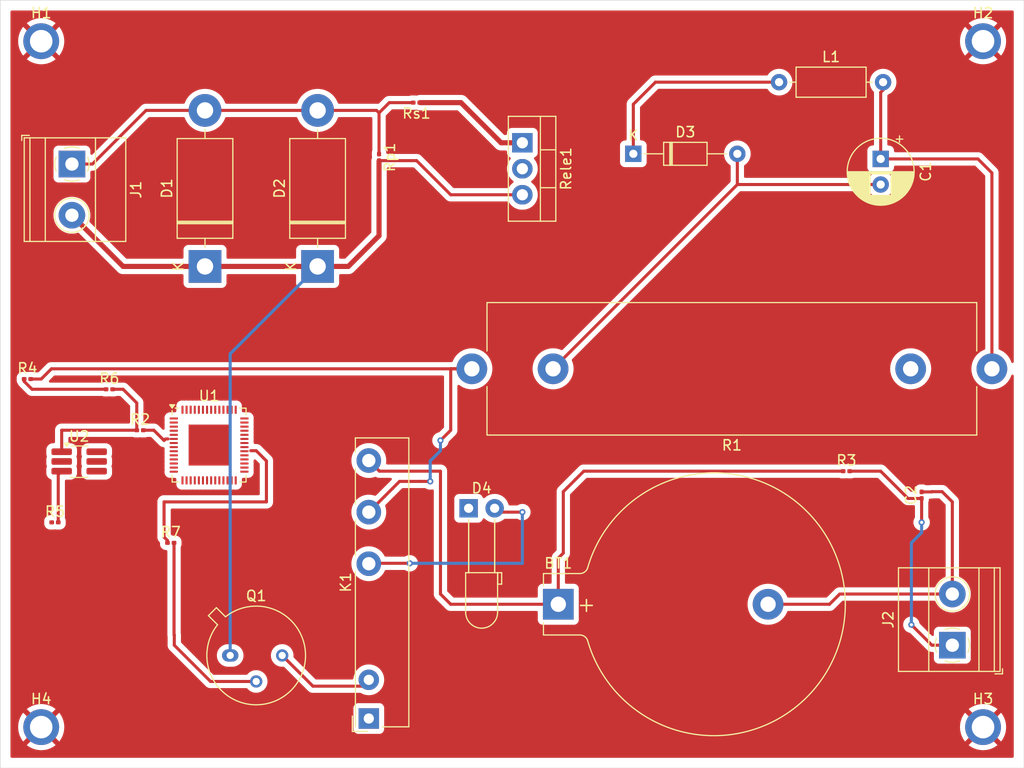
<source format=kicad_pcb>
(kicad_pcb (version 20240108) (generator "pcbnew") (generator_version "8.0")
  (title_block (title "Sistema de batería con control de corriente") (date "2025-03-30") (company "Jose Lopez"))
  (layers (0 "F.Cu" signal) (31 "B.Cu" signal) (34 "B.Paste" user) (35 "F.Paste" user) (36 "B.SilkS" user "B.Silkscreen") (37 "F.SilkS" user "F.Silkscreen") (38 "B.Mask" user) (39 "F.Mask" user) (44 "Edge.Cuts" user))
  (net 0 "")
  (net 1 "V^{+}")
  (net 2 "Net-(C1-Pad1)")
  (net 3 "Net-(J2-Pin_1)")
  (net 4 "Net-(D1-A)")
  (net 5 "Net-(D3-K)")
  (net 6 "Net-(D4-A)")
  (net 7 "5 V")
  (net 8 "Net-(Q1-C)")
  (net 9 "Net-(Q1-B)")
  (net 10 "Vs2")
  (net 11 "IShunt")
  (net 12 "Net-(R2-Pad1)")
  (net 13 "Net-(U1-GPIO1)")
  (net 14 "Señal")
  (net 15 "Inputsolar1")
  (net 16 "Inputsolar2")
  (net 23 "Net-(U1-VDDA-Pad55)")
  (net 28 "Net-(U1-VDD3P3-Pad2)")
  (net 69 "Net-(U2A--)")
  (net 70 "Net-(U2A-+)")
  (net 71 "GND")
  (footprint "Resistor_SMD:R_0201_0603Metric" (layer "F.Cu") (at 40.655 10 180)
    (property "Reference" "Rs1" (at 0 -1.05 360) (layer "F.SilkS"))
    (property "Value" "0.65")
    (pad "1" smd roundrect (at -0.32 0 180) (size 0.46 0.4) (layers "F.Cu" "F.Mask") (net 15 "Inputsolar1"))
    (pad "2" smd roundrect (at 0.32 0 180) (size 0.46 0.4) (layers "F.Cu" "F.Mask") (net 4 "Net-(D1-A)"))
  )
  (footprint "Diode_THT:D_DO-201AD_P15.24mm_Horizontal" (layer "F.Cu") (at 20 26 90)
    (property "Reference" "D1" (at 7.62 -3.72 90) (layer "F.SilkS"))
    (property "Value" "1N5408")
    (fp_text user "K" (at 0 -2.6 90) (layer "F.SilkS"))
    (pad "1" thru_hole rect (at 0 0 90) (size 3.2 3.2) (drill 1.6) (layers "*.Cu" "*.Mask") (net 16 "Inputsolar2"))
    (pad "2" thru_hole oval (at 15.24 0 90) (size 3.2 3.2) (drill 1.6) (layers "*.Cu" "*.Mask") (net 4 "Net-(D1-A)"))
  )
  (footprint "Resistor_SMD:R_0201_0603Metric" (layer "F.Cu") (at 10.655 38)
    (property "Reference" "R6" (at 0 -1.05 0) (layer "F.SilkS"))
    (property "Value" "10k")
    (pad "1" smd roundrect (at -0.32 0) (size 0.46 0.4) (layers "F.Cu" "F.Mask") (net 69 "Net-(U2A--)"))
    (pad "2" smd roundrect (at 0.32 0) (size 0.46 0.4) (layers "F.Cu" "F.Mask") (net 12 "Net-(R2-Pad1)"))
  )
  (footprint "LED_THT:LED_D3.0mm_Horizontal_O6.35mm_Z10.0mm" (layer "F.Cu") (at 45.75 49.625)
    (property "Reference" "D4" (at 1.27 -1.96 0) (layer "F.SilkS"))
    (property "Value" "LED")
    (pad "1" thru_hole rect (at 0 0) (size 1.8 1.8) (drill 0.9) (layers "*.Cu" "*.Mask") (net 16 "Inputsolar2"))
    (pad "2" thru_hole circle (at 2.54 0) (size 1.8 1.8) (drill 0.9) (layers "*.Cu" "*.Mask") (net 6 "Net-(D4-A)"))
  )
  (footprint "Diode_THT:D_DO-201AD_P15.24mm_Horizontal" (layer "F.Cu") (at 31 26 90)
    (property "Reference" "D2" (at 7.62 -3.72 90) (layer "F.SilkS"))
    (property "Value" "1N5408")
    (fp_text user "K" (at 0 -2.6 90) (layer "F.SilkS"))
    (pad "1" thru_hole rect (at 0 0 90) (size 3.2 3.2) (drill 1.6) (layers "*.Cu" "*.Mask") (net 16 "Inputsolar2"))
    (pad "2" thru_hole oval (at 15.24 0 90) (size 3.2 3.2) (drill 1.6) (layers "*.Cu" "*.Mask") (net 4 "Net-(D1-A)"))
  )
  (footprint "MountingHole:MountingHole_2.2mm_M2_ISO7380_Pad" (layer "F.Cu") (at 4 4)
    (property "Reference" "H1" (at 0 -2.75 0) (layer "F.SilkS"))
    (property "Value" "MountingHole_2.2mm_M2_ISO7380_Pad" (hide yes))
    (pad "1" thru_hole circle (at 0 0) (size 3.5 3.5) (drill 2.2) (layers "*.Cu" "*.Mask") (net 71 "GND"))
  )
  (footprint "Resistor_SMD:R_0201_0603Metric" (layer "F.Cu") (at 2.655 37)
    (property "Reference" "R4" (at 0 -1.05 0) (layer "F.SilkS"))
    (property "Value" "1k")
    (pad "1" smd roundrect (at -0.32 0) (size 0.46 0.4) (layers "F.Cu" "F.Mask") (net 69 "Net-(U2A--)"))
    (pad "2" smd roundrect (at 0.32 0) (size 0.46 0.4) (layers "F.Cu" "F.Mask") (net 11 "IShunt"))
  )
  (footprint "Inductor_THT:L_Axial_L6.6mm_D2.7mm_P10.16mm_Horizontal_Vishay_IM-2" (layer "F.Cu") (at 76.075 8)
    (property "Reference" "L1" (at 5.08 -2.47 0) (layer "F.SilkS"))
    (property "Value" "300u")
    (pad "1" thru_hole circle (at 0 0) (size 1.6 1.6) (drill 0.8) (layers "*.Cu" "*.Mask") (net 5 "Net-(D3-K)"))
    (pad "2" thru_hole oval (at 10.16 0) (size 1.6 1.6) (drill 0.8) (layers "*.Cu" "*.Mask") (net 2 "Net-(C1-Pad1)"))
  )
  (footprint "TerminalBlock_Phoenix:TerminalBlock_Phoenix_MKDS-1,5-2_1x02_P5.00mm_Horizontal" (layer "F.Cu") (at 93 63 90)
    (property "Reference" "J2" (at 2.5 -6.26 90) (layer "F.SilkS"))
    (property "Value" "Screw_Terminal_01x02")
    (pad "1" thru_hole rect (at 0 0 90) (size 2.6 2.6) (drill 1.3) (layers "*.Cu" "*.Mask") (net 3 "Net-(J2-Pin_1)"))
    (pad "2" thru_hole circle (at 5 0 90) (size 2.6 2.6) (drill 1.3) (layers "*.Cu" "*.Mask") (net 16 "Inputsolar2"))
  )
  (footprint "Package_TO_SOT_SMD:TSOT-23-6_HandSoldering" (layer "F.Cu") (at 7.71 45.05)
    (property "Reference" "U2" (at 0 -2.45 0) (layer "F.SilkS"))
    (property "Value" "LM358")
    (pad "1" smd roundrect (at -1.71 -0.95) (size 2 0.65) (layers "F.Cu" "F.Paste" "F.Mask") (net 12 "Net-(R2-Pad1)"))
    (pad "2" smd roundrect (at -1.71 0) (size 2 0.65) (layers "F.Cu" "F.Paste" "F.Mask") (net 69 "Net-(U2A--)"))
    (pad "3" smd roundrect (at -1.71 0.95) (size 2 0.65) (layers "F.Cu" "F.Paste" "F.Mask") (net 70 "Net-(U2A-+)"))
    (pad "4" smd roundrect (at 1.71 0.95) (size 2 0.65) (layers "F.Cu" "F.Paste" "F.Mask"))
    (pad "5" smd roundrect (at 1.71 0) (size 2 0.65) (layers "F.Cu" "F.Paste" "F.Mask"))
    (pad "6" smd roundrect (at 1.71 -0.95) (size 2 0.65) (layers "F.Cu" "F.Paste" "F.Mask"))
  )
  (footprint "Resistor_SMD:R_0201_0603Metric" (layer "F.Cu") (at 13.655 42)
    (property "Reference" "R2" (at 0 -1.05 0) (layer "F.SilkS"))
    (property "Value" "1.0k")
    (pad "1" smd roundrect (at -0.32 0) (size 0.46 0.4) (layers "F.Cu" "F.Mask") (net 12 "Net-(R2-Pad1)"))
    (pad "2" smd roundrect (at 0.32 0) (size 0.46 0.4) (layers "F.Cu" "F.Mask") (net 13 "Net-(U1-GPIO1)"))
  )
  (footprint "Capacitor_THT:CP_Radial_D6.3mm_P2.50mm" (layer "F.Cu") (at 86 15.5 -90)
    (property "Reference" "C1" (at 1.25 -4.4 90) (layer "F.SilkS"))
    (property "Value" "61u")
    (pad "1" thru_hole rect (at 0 0 270) (size 1.6 1.6) (drill 0.8) (layers "*.Cu" "*.Mask") (net 2 "Net-(C1-Pad1)"))
    (pad "2" thru_hole circle (at 2.5 0 270) (size 1.6 1.6) (drill 0.8) (layers "*.Cu" "*.Mask") (net 16 "Inputsolar2"))
  )
  (footprint "Package_DFN_QFN:QFN-56-1EP_7x7mm_P0.4mm_EP4x4mm" (layer "F.Cu") (at 20.4 43.45)
    (property "Reference" "U1" (at 0 -4.8 0) (layer "F.SilkS"))
    (property "Value" "ESP32-S3")
    (pad "1" smd roundrect (at -3.45 -2.6) (size 0.8 0.2) (layers "F.Cu" "F.Paste" "F.Mask"))
    (pad "2" smd roundrect (at -3.45 -2.2) (size 0.8 0.2) (layers "F.Cu" "F.Paste" "F.Mask") (net 28 "Net-(U1-VDD3P3-Pad2)"))
    (pad "3" smd roundrect (at -3.45 -1.8) (size 0.8 0.2) (layers "F.Cu" "F.Paste" "F.Mask") (net 28 "Net-(U1-VDD3P3-Pad2)"))
    (pad "4" smd roundrect (at -3.45 -1.4) (size 0.8 0.2) (layers "F.Cu" "F.Paste" "F.Mask"))
    (pad "5" smd roundrect (at -3.45 -1) (size 0.8 0.2) (layers "F.Cu" "F.Paste" "F.Mask"))
    (pad "6" smd roundrect (at -3.45 -0.6) (size 0.8 0.2) (layers "F.Cu" "F.Paste" "F.Mask") (net 13 "Net-(U1-GPIO1)"))
    (pad "7" smd roundrect (at -3.45 -0.2) (size 0.8 0.2) (layers "F.Cu" "F.Paste" "F.Mask"))
    (pad "8" smd roundrect (at -3.45 0.2) (size 0.8 0.2) (layers "F.Cu" "F.Paste" "F.Mask"))
    (pad "9" smd roundrect (at -3.45 0.6) (size 0.8 0.2) (layers "F.Cu" "F.Paste" "F.Mask"))
    (pad "10" smd roundrect (at -3.45 1) (size 0.8 0.2) (layers "F.Cu" "F.Paste" "F.Mask"))
    (pad "11" smd roundrect (at -3.45 1.4) (size 0.8 0.2) (layers "F.Cu" "F.Paste" "F.Mask"))
    (pad "12" smd roundrect (at -3.45 1.8) (size 0.8 0.2) (layers "F.Cu" "F.Paste" "F.Mask"))
    (pad "13" smd roundrect (at -3.45 2.2) (size 0.8 0.2) (layers "F.Cu" "F.Paste" "F.Mask"))
    (pad "14" smd roundrect (at -3.45 2.6) (size 0.8 0.2) (layers "F.Cu" "F.Paste" "F.Mask"))
    (pad "15" smd roundrect (at -2.6 3.45) (size 0.2 0.8) (layers "F.Cu" "F.Paste" "F.Mask"))
    (pad "16" smd roundrect (at -2.2 3.45) (size 0.2 0.8) (layers "F.Cu" "F.Paste" "F.Mask"))
    (pad "17" smd roundrect (at -1.8 3.45) (size 0.2 0.8) (layers "F.Cu" "F.Paste" "F.Mask"))
    (pad "18" smd roundrect (at -1.4 3.45) (size 0.2 0.8) (layers "F.Cu" "F.Paste" "F.Mask"))
    (pad "19" smd roundrect (at -1 3.45) (size 0.2 0.8) (layers "F.Cu" "F.Paste" "F.Mask"))
    (pad "20" smd roundrect (at -0.6 3.45) (size 0.2 0.8) (layers "F.Cu" "F.Paste" "F.Mask"))
    (pad "21" smd roundrect (at -0.2 3.45) (size 0.2 0.8) (layers "F.Cu" "F.Paste" "F.Mask"))
    (pad "22" smd roundrect (at 0.2 3.45) (size 0.2 0.8) (layers "F.Cu" "F.Paste" "F.Mask"))
    (pad "23" smd roundrect (at 0.6 3.45) (size 0.2 0.8) (layers "F.Cu" "F.Paste" "F.Mask"))
    (pad "24" smd roundrect (at 1 3.45) (size 0.2 0.8) (layers "F.Cu" "F.Paste" "F.Mask"))
    (pad "25" smd roundrect (at 1.4 3.45) (size 0.2 0.8) (layers "F.Cu" "F.Paste" "F.Mask"))
    (pad "26" smd roundrect (at 1.8 3.45) (size 0.2 0.8) (layers "F.Cu" "F.Paste" "F.Mask"))
    (pad "27" smd roundrect (at 2.2 3.45) (size 0.2 0.8) (layers "F.Cu" "F.Paste" "F.Mask"))
    (pad "28" smd roundrect (at 2.6 3.45) (size 0.2 0.8) (layers "F.Cu" "F.Paste" "F.Mask"))
    (pad "29" smd roundrect (at 3.45 2.6) (size 0.8 0.2) (layers "F.Cu" "F.Paste" "F.Mask"))
    (pad "30" smd roundrect (at 3.45 2.2) (size 0.8 0.2) (layers "F.Cu" "F.Paste" "F.Mask"))
    (pad "31" smd roundrect (at 3.45 1.8) (size 0.8 0.2) (layers "F.Cu" "F.Paste" "F.Mask"))
    (pad "32" smd roundrect (at 3.45 1.4) (size 0.8 0.2) (layers "F.Cu" "F.Paste" "F.Mask"))
    (pad "33" smd roundrect (at 3.45 1) (size 0.8 0.2) (layers "F.Cu" "F.Paste" "F.Mask"))
    (pad "34" smd roundrect (at 3.45 0.6) (size 0.8 0.2) (layers "F.Cu" "F.Paste" "F.Mask") (net 14 "Señal"))
    (pad "35" smd roundrect (at 3.45 0.2) (size 0.8 0.2) (layers "F.Cu" "F.Paste" "F.Mask"))
    (pad "36" smd roundrect (at 3.45 -0.2) (size 0.8 0.2) (layers "F.Cu" "F.Paste" "F.Mask"))
    (pad "37" smd roundrect (at 3.45 -0.6) (size 0.8 0.2) (layers "F.Cu" "F.Paste" "F.Mask"))
    (pad "38" smd roundrect (at 3.45 -1) (size 0.8 0.2) (layers "F.Cu" "F.Paste" "F.Mask"))
    (pad "39" smd roundrect (at 3.45 -1.4) (size 0.8 0.2) (layers "F.Cu" "F.Paste" "F.Mask"))
    (pad "40" smd roundrect (at 3.45 -1.8) (size 0.8 0.2) (layers "F.Cu" "F.Paste" "F.Mask"))
    (pad "41" smd roundrect (at 3.45 -2.2) (size 0.8 0.2) (layers "F.Cu" "F.Paste" "F.Mask"))
    (pad "42" smd roundrect (at 3.45 -2.6) (size 0.8 0.2) (layers "F.Cu" "F.Paste" "F.Mask"))
    (pad "43" smd roundrect (at 2.6 -3.45) (size 0.2 0.8) (layers "F.Cu" "F.Paste" "F.Mask"))
    (pad "44" smd roundrect (at 2.2 -3.45) (size 0.2 0.8) (layers "F.Cu" "F.Paste" "F.Mask"))
    (pad "45" smd roundrect (at 1.8 -3.45) (size 0.2 0.8) (layers "F.Cu" "F.Paste" "F.Mask"))
    (pad "46" smd roundrect (at 1.4 -3.45) (size 0.2 0.8) (layers "F.Cu" "F.Paste" "F.Mask"))
    (pad "47" smd roundrect (at 1 -3.45) (size 0.2 0.8) (layers "F.Cu" "F.Paste" "F.Mask"))
    (pad "48" smd roundrect (at 0.6 -3.45) (size 0.2 0.8) (layers "F.Cu" "F.Paste" "F.Mask"))
    (pad "49" smd roundrect (at 0.2 -3.45) (size 0.2 0.8) (layers "F.Cu" "F.Paste" "F.Mask"))
    (pad "50" smd roundrect (at -0.2 -3.45) (size 0.2 0.8) (layers "F.Cu" "F.Paste" "F.Mask"))
    (pad "51" smd roundrect (at -0.6 -3.45) (size 0.2 0.8) (layers "F.Cu" "F.Paste" "F.Mask"))
    (pad "52" smd roundrect (at -1 -3.45) (size 0.2 0.8) (layers "F.Cu" "F.Paste" "F.Mask"))
    (pad "53" smd roundrect (at -1.4 -3.45) (size 0.2 0.8) (layers "F.Cu" "F.Paste" "F.Mask"))
    (pad "54" smd roundrect (at -1.8 -3.45) (size 0.2 0.8) (layers "F.Cu" "F.Paste" "F.Mask"))
    (pad "55" smd roundrect (at -2.2 -3.45) (size 0.2 0.8) (layers "F.Cu" "F.Paste" "F.Mask") (net 23 "Net-(U1-VDDA-Pad55)"))
    (pad "56" smd roundrect (at -2.6 -3.45) (size 0.2 0.8) (layers "F.Cu" "F.Paste" "F.Mask") (net 23 "Net-(U1-VDDA-Pad55)"))
    (pad "57" smd rect (at 0 0) (size 4 4) (property pad_prop_heatsink) (layers "F.Cu" "F.Mask") (net 16 "Inputsolar2"))
  )
  (footprint "Capacitor_SMD:C_0201_0603Metric" (layer "F.Cu") (at 90 48.345 90)
    (property "Reference" "C2" (at 0 -1.05 90) (layer "F.SilkS"))
    (property "Value" "3000")
    (pad "1" smd roundrect (at -0.32 0 90) (size 0.46 0.4) (layers "F.Cu" "F.Mask") (net 3 "Net-(J2-Pin_1)"))
    (pad "2" smd roundrect (at 0.32 0 90) (size 0.46 0.4) (layers "F.Cu" "F.Mask") (net 16 "Inputsolar2"))
  )
  (footprint "Package_TO_SOT_THT:TO-39-3" (layer "F.Cu") (at 22.46 64)
    (property "Reference" "Q1" (at 2.54 -5.82 0) (layer "F.SilkS"))
    (property "Value" "2N2219")
    (pad "1" thru_hole oval (at 0 0) (size 1.6 1.2) (drill 0.7) (layers "*.Cu" "*.Mask") (net 16 "Inputsolar2"))
    (pad "2" thru_hole oval (at 2.54 2.54) (size 1.2 1.2) (drill 0.7) (layers "*.Cu" "*.Mask") (net 9 "Net-(Q1-B)"))
    (pad "3" thru_hole oval (at 5.08 0) (size 1.2 1.2) (drill 0.7) (layers "*.Cu" "*.Mask") (net 8 "Net-(Q1-C)"))
  )
  (footprint "Diode_THT:D_DO-35_SOD27_P10.16mm_Horizontal" (layer "F.Cu") (at 61.84 15)
    (property "Reference" "D3" (at 5.08 -2.12 360) (layer "F.SilkS"))
    (property "Value" "1N4148")
    (fp_text user "K" (at 0 -1.8 360) (layer "F.SilkS"))
    (pad "1" thru_hole rect (at 0 0) (size 1.6 1.6) (drill 0.8) (layers "*.Cu" "*.Mask") (net 5 "Net-(D3-K)"))
    (pad "2" thru_hole oval (at 10.16 0) (size 1.6 1.6) (drill 0.8) (layers "*.Cu" "*.Mask") (net 16 "Inputsolar2"))
  )
  (footprint "MountingHole:MountingHole_2.2mm_M2_ISO7380_Pad" (layer "F.Cu") (at 4 71)
    (property "Reference" "H4" (at 0 -2.75 0) (layer "F.SilkS"))
    (property "Value" "MountingHole_2.2mm_M2_ISO7380_Pad" (hide yes))
    (pad "4" thru_hole circle (at 0 0) (size 3.5 3.5) (drill 2.2) (layers "*.Cu" "*.Mask") (net 71 "GND"))
  )
  (footprint "Resistor_SMD:R_0201_0603Metric" (layer "F.Cu") (at 16.655 53)
    (property "Reference" "R7" (at 0 -1.05 0) (layer "F.SilkS"))
    (property "Value" "1k")
    (pad "1" smd roundrect (at -0.32 0) (size 0.46 0.4) (layers "F.Cu" "F.Mask") (net 14 "Señal"))
    (pad "2" smd roundrect (at 0.32 0) (size 0.46 0.4) (layers "F.Cu" "F.Mask") (net 9 "Net-(Q1-B)"))
  )
  (footprint "MountingHole:MountingHole_2.2mm_M2_ISO7380_Pad" (layer "F.Cu") (at 96 71)
    (property "Reference" "H3" (at 0 -2.75 0) (layer "F.SilkS"))
    (property "Value" "MountingHole_2.2mm_M2_ISO7380_Pad" (hide yes))
    (pad "3" thru_hole circle (at 0 0) (size 3.5 3.5) (drill 2.2) (layers "*.Cu" "*.Mask") (net 71 "GND"))
  )
  (footprint "Resistor_SMD:R_0201_0603Metric" (layer "F.Cu") (at 5.345 51)
    (property "Reference" "R5" (at 0 -1.05 0) (layer "F.SilkS"))
    (property "Value" "1")
    (pad "1" smd roundrect (at -0.32 0) (size 0.46 0.4) (layers "F.Cu" "F.Mask") (net 16 "Inputsolar2"))
    (pad "2" smd roundrect (at 0.32 0) (size 0.46 0.4) (layers "F.Cu" "F.Mask") (net 70 "Net-(U2A-+)"))
  )
  (footprint "Resistor_THT:R_Axial_Shunt_L47.6mm_W12.7mm_PS34.93mm_P50.80mm" (layer "F.Cu") (at 96.865 36 180)
    (property "Reference" "R1" (at 25.4 -7.47 360) (layer "F.SilkS"))
    (property "Value" "R_Shunt")
    (pad "1" thru_hole circle (at 0 0 180) (size 3 3) (drill 1.5) (layers "*.Cu" "*.Mask") (net 2 "Net-(C1-Pad1)"))
    (pad "2" thru_hole oval (at 7.935 0 180) (size 3 3) (drill 1.5) (layers "*.Cu" "*.Mask") (net 10 "Vs2"))
    (pad "3" thru_hole oval (at 42.865 0 180) (size 3 3) (drill 1.5) (layers "*.Cu" "*.Mask") (net 16 "Inputsolar2"))
    (pad "4" thru_hole oval (at 50.8 0 180) (size 3 3) (drill 1.5) (layers "*.Cu" "*.Mask") (net 11 "IShunt"))
  )
  (footprint "Resistor_SMD:R_0201_0603Metric" (layer "F.Cu") (at 82.655 46)
    (property "Reference" "R3" (at 0 -1.05 0) (layer "F.SilkS"))
    (property "Value" "0.1")
    (pad "1" smd roundrect (at -0.32 0) (size 0.46 0.4) (layers "F.Cu" "F.Mask") (net 1 "V^{+}"))
    (pad "2" smd roundrect (at 0.32 0) (size 0.46 0.4) (layers "F.Cu" "F.Mask") (net 3 "Net-(J2-Pin_1)"))
  )
  (footprint "Package_TO_SOT_THT:TO-220-3_Vertical" (layer "F.Cu") (at 51 13.92 -90)
    (property "Reference" "Rele1" (at 2.54 -4.27 90) (layer "F.SilkS"))
    (property "Value" "TLP175A")
    (pad "1" thru_hole rect (at 0 0 270) (size 1.905 2) (drill 1.1) (layers "*.Cu" "*.Mask") (net 15 "Inputsolar1"))
    (pad "2" thru_hole oval (at 2.54 0 270) (size 1.905 2) (drill 1.1) (layers "*.Cu" "*.Mask"))
    (pad "3" thru_hole oval (at 5.08 0 270) (size 1.905 2) (drill 1.1) (layers "*.Cu" "*.Mask") (net 16 "Inputsolar2"))
  )
  (footprint "Resistor_SMD:R_0201_0603Metric" (layer "F.Cu") (at 37 15.345 -90)
    (property "Reference" "Rp1" (at 0 -1.05 90) (layer "F.SilkS"))
    (property "Value" "30")
    (pad "1" smd roundrect (at -0.32 0 270) (size 0.46 0.4) (layers "F.Cu" "F.Mask") (net 4 "Net-(D1-A)"))
    (pad "2" smd roundrect (at 0.32 0 270) (size 0.46 0.4) (layers "F.Cu" "F.Mask") (net 16 "Inputsolar2"))
  )
  (footprint "Battery:BatteryHolder_Keystone_104_1x23mm" (layer "F.Cu") (at 54.51 59)
    (property "Reference" "BT1" (at 0 -4 0) (layer "F.SilkS"))
    (property "Value" "Battery_Cell")
    (fp_text user "+" (at 2.75 0 0) (layer "F.SilkS") (effects (font (size 1.5 1.5))))
    (pad "1" thru_hole rect (at 0 0) (size 3 3) (drill 1.5) (layers "*.Cu" "*.Mask") (net 1 "V^{+}"))
    (pad "2" thru_hole circle (at 20.49 0) (size 3 3) (drill 1.5) (layers "*.Cu" "*.Mask") (net 16 "Inputsolar2"))
  )
  (footprint "MountingHole:MountingHole_2.2mm_M2_ISO7380_Pad" (layer "F.Cu") (at 96 4)
    (property "Reference" "H2" (at 0 -2.75 0) (layer "F.SilkS"))
    (property "Value" "MountingHole_2.2mm_M2_ISO7380_Pad" (hide yes))
    (pad "2" thru_hole circle (at 0 0) (size 3.5 3.5) (drill 2.2) (layers "*.Cu" "*.Mask") (net 71 "GND"))
  )
  (footprint "TerminalBlock_Phoenix:TerminalBlock_Phoenix_MKDS-1,5-2_1x02_P5.00mm_Horizontal" (layer "F.Cu") (at 7 16 -90)
    (property "Reference" "J1" (at 2.5 -6.26 -90) (layer "F.SilkS"))
    (property "Value" "Screw_Terminal_01x02")
    (pad "1" thru_hole rect (at 0 0 270) (size 2.6 2.6) (drill 1.3) (layers "*.Cu" "*.Mask") (net 4 "Net-(D1-A)"))
    (pad "2" thru_hole circle (at 5 0 270) (size 2.6 2.6) (drill 1.3) (layers "*.Cu" "*.Mask") (net 16 "Inputsolar2"))
  )
  (footprint "Relay_THT:Relay_SPDT_Fujitsu_FTR-LYCA005x_FormC_Vertical" (layer "F.Cu") (at 36 70.16 90)
    (property "Reference" "K1" (at 13.3 -2.25 90) (layer "F.SilkS"))
    (property "Value" "Fujitsu_FTR-LYCA005x")
    (pad "11" thru_hole circle (at 20.16 0 90) (size 2.4 2.4) (drill 1.3) (layers "*.Cu" "*.Mask") (net 11 "IShunt"))
    (pad "12" thru_hole circle (at 15.12 0 90) (size 2.4 2.4) (drill 1.3) (layers "*.Cu" "*.Mask") (net 6 "Net-(D4-A)"))
    (pad "14" thru_hole circle (at 25.2 0 90) (size 2.4 2.4) (drill 1.3) (layers "*.Cu" "*.Mask") (net 1 "V^{+}"))
    (pad "A1" thru_hole rect (at 0 0 90) (size 2 2) (drill 1) (layers "*.Cu" "*.Mask") (net 7 "5 V"))
    (pad "A2" thru_hole circle (at 3.78 0 90) (size 2 2) (drill 1) (layers "*.Cu" "*.Mask") (net 8 "Net-(Q1-C)"))
  )
  (gr_rect (start 0 0) (end 100 75) (stroke (width 0.05)) (fill none) (layer "Edge.Cuts"))
  (segment (start 82.335 46) (end 57 46) (width 0.3) (layer "F.Cu") (net 1))
  (segment (start 43 46) (end 37.04 46) (width 0.3) (layer "F.Cu") (net 1))
  (segment (start 54.51 59) (end 44 59) (width 0.3) (layer "F.Cu") (net 1))
  (segment (start 55 48) (end 55 54) (width 0.3) (layer "F.Cu") (net 1))
  (segment (start 55 54) (end 54.51 54.49) (width 0.3) (layer "F.Cu") (net 1))
  (segment (start 57 46) (end 55 48) (width 0.3) (layer "F.Cu") (net 1))
  (segment (start 44 59) (end 43 58) (width 0.3) (layer "F.Cu") (net 1))
  (segment (start 54.51 54.49) (end 54.51 59) (width 0.3) (layer "F.Cu") (net 1))
  (segment (start 43 58) (end 43 46) (width 0.3) (layer "F.Cu") (net 1))
  (segment (start 37.04 46) (end 36 44.96) (width 0.3) (layer "F.Cu") (net 1))
  (segment (start 54.51 59) (end 55 59) (width 0.3) (layer "F.Cu") (net 1))
  (segment (start 86.235 8.765) (end 86 9) (width 0.3) (layer "F.Cu") (net 2))
  (segment (start 96.865 16.865) (end 95.5 15.5) (width 0.3) (layer "F.Cu") (net 2))
  (segment (start 86.235 8) (end 86.235 8.765) (width 0.3) (layer "F.Cu") (net 2))
  (segment (start 86 9) (end 86 15.5) (width 0.3) (layer "F.Cu") (net 2))
  (segment (start 96.865 36) (end 96.865 16.865) (width 0.3) (layer "F.Cu") (net 2))
  (segment (start 95.5 15.5) (end 86 15.5) (width 0.3) (layer "F.Cu") (net 2))
  (segment (start 93 63) (end 91 63) (width 0.3) (layer "F.Cu") (net 3))
  (segment (start 86 46) (end 82.975 46) (width 0.3) (layer "F.Cu") (net 3))
  (segment (start 91 63) (end 89 61) (width 0.3) (layer "F.Cu") (net 3))
  (segment (start 90 48.665) (end 88.665 48.665) (width 0.3) (layer "F.Cu") (net 3))
  (segment (start 90 51) (end 90 48.665) (width 0.3) (layer "F.Cu") (net 3))
  (segment (start 88.665 48.665) (end 86 46) (width 0.3) (layer "F.Cu") (net 3))
  (via (at 89 61) (size 0.6) (drill 0.3) (layers "F.Cu" "B.Cu") (net 3))
  (via (at 90 51) (size 0.6) (drill 0.3) (layers "F.Cu" "B.Cu") (net 3))
  (segment (start 90 52) (end 90 51) (width 0.3) (layer "B.Cu") (net 3))
  (segment (start 89 61) (end 89 53) (width 0.3) (layer "B.Cu") (net 3))
  (segment (start 89 53) (end 90 52) (width 0.3) (layer "B.Cu") (net 3))
  (segment (start 20 10.76) (end 31 10.76) (width 0.3) (layer "F.Cu") (net 4))
  (segment (start 40.335 10) (end 38 10) (width 0.3) (layer "F.Cu") (net 4))
  (segment (start 36.76 10.76) (end 31 10.76) (width 0.3) (layer "F.Cu") (net 4))
  (segment (start 14.24 10.76) (end 20 10.76) (width 0.3) (layer "F.Cu") (net 4))
  (segment (start 7 16) (end 9 16) (width 0.3) (layer "F.Cu") (net 4))
  (segment (start 9 16) (end 14.24 10.76) (width 0.3) (layer "F.Cu") (net 4))
  (segment (start 37 11) (end 36.76 10.76) (width 0.3) (layer "F.Cu") (net 4))
  (segment (start 37 15.025) (end 37 11) (width 0.3) (layer "F.Cu") (net 4))
  (segment (start 38 10) (end 37 11) (width 0.3) (layer "F.Cu") (net 4))
  (segment (start 61.84 10.16) (end 64 8) (width 0.3) (layer "F.Cu") (net 5))
  (segment (start 61.84 15) (end 62 15) (width 0.3) (layer "F.Cu") (net 5))
  (segment (start 61.84 15) (end 61.84 10.16) (width 0.3) (layer "F.Cu") (net 5))
  (segment (start 64 8) (end 76.075 8) (width 0.3) (layer "F.Cu") (net 5))
  (segment (start 36 55) (end 40 55) (width 0.3) (layer "F.Cu") (net 6))
  (segment (start 48.665 50) (end 48.29 49.625) (width 0.3) (layer "F.Cu") (net 6))
  (segment (start 36 55.04) (end 36 55) (width 0.3) (layer "F.Cu") (net 6))
  (segment (start 51 50) (end 48.665 50) (width 0.3) (layer "F.Cu") (net 6))
  (via (at 40 55) (size 0.6) (drill 0.3) (layers "F.Cu" "B.Cu") (net 6))
  (via (at 51 50) (size 0.6) (drill 0.3) (layers "F.Cu" "B.Cu") (net 6))
  (segment (start 51 55) (end 51 50) (width 0.3) (layer "B.Cu") (net 6))
  (segment (start 40 55) (end 51 55) (width 0.3) (layer "B.Cu") (net 6))
  (segment (start 35.38 67) (end 36 66.38) (width 0.3) (layer "F.Cu") (net 8))
  (segment (start 30.54 67) (end 35.38 67) (width 0.3) (layer "F.Cu") (net 8))
  (segment (start 27.54 64) (end 30.54 67) (width 0.3) (layer "F.Cu") (net 8))
  (segment (start 20.54 66.54) (end 17 63) (width 0.3) (layer "F.Cu") (net 9))
  (segment (start 17 63) (end 17 62) (width 0.3) (layer "F.Cu") (net 9))
  (segment (start 25 66.54) (end 20.54 66.54) (width 0.3) (layer "F.Cu") (net 9))
  (segment (start 16.975 61.975) (end 16.975 53) (width 0.3) (layer "F.Cu") (net 9))
  (segment (start 17 62) (end 16.975 61.975) (width 0.3) (layer "F.Cu") (net 9))
  (segment (start 4 37) (end 2.975 37) (width 0.3) (layer "F.Cu") (net 11))
  (segment (start 39 47) (end 41 47) (width 0.3) (layer "F.Cu") (net 11))
  (segment (start 44 42) (end 44 36) (width 0.3) (layer "F.Cu") (net 11))
  (segment (start 36 50) (end 39 47) (width 0.3) (layer "F.Cu") (net 11))
  (segment (start 44 36) (end 46.065 36) (width 0.3) (layer "F.Cu") (net 11))
  (segment (start 41 47) (end 42 47) (width 0.3) (layer "F.Cu") (net 11))
  (segment (start 5 36) (end 4 37) (width 0.3) (layer "F.Cu") (net 11))
  (segment (start 43 43) (end 44 42) (width 0.3) (layer "F.Cu") (net 11))
  (segment (start 46.065 36) (end 5 36) (width 0.3) (layer "F.Cu") (net 11))
  (via (at 43 43) (size 0.6) (drill 0.3) (layers "F.Cu" "B.Cu") (net 11))
  (via (at 42 47) (size 0.6) (drill 0.3) (layers "F.Cu" "B.Cu") (net 11))
  (segment (start 42 47) (end 42 45) (width 0.3) (layer "B.Cu") (net 11))
  (segment (start 43 44) (end 43 43) (width 0.3) (layer "B.Cu") (net 11))
  (segment (start 42 45) (end 43 44) (width 0.3) (layer "B.Cu") (net 11))
  (segment (start 13.335 39.335) (end 12 38) (width 0.3) (layer "F.Cu") (net 12))
  (segment (start 13.335 42) (end 6 42) (width 0.3) (layer "F.Cu") (net 12))
  (segment (start 12 38) (end 10.975 38) (width 0.3) (layer "F.Cu") (net 12))
  (segment (start 6 42) (end 6 44.1) (width 0.3) (layer "F.Cu") (net 12))
  (segment (start 13.335 42) (end 13.335 39.335) (width 0.3) (layer "F.Cu") (net 12))
  (segment (start 16 43) (end 16.15 42.85) (width 0.3) (layer "F.Cu") (net 13))
  (segment (start 15 42) (end 16 43) (width 0.3) (layer "F.Cu") (net 13))
  (segment (start 13.975 42) (end 15 42) (width 0.3) (layer "F.Cu") (net 13))
  (segment (start 16.15 42.85) (end 16.382928 42.85) (width 0.3) (layer "F.Cu") (net 13))
  (segment (start 26 45) (end 26 49) (width 0.3) (layer "F.Cu") (net 14))
  (segment (start 16 49) (end 16 52.435832) (width 0.3) (layer "F.Cu") (net 14))
  (segment (start 25 44) (end 26 45) (width 0.3) (layer "F.Cu") (net 14))
  (segment (start 16 52.435832) (end 16.335 52.770832) (width 0.3) (layer "F.Cu") (net 14))
  (segment (start 24.467072 44) (end 25 44) (width 0.3) (layer "F.Cu") (net 14))
  (segment (start 26 49) (end 16 49) (width 0.3) (layer "F.Cu") (net 14))
  (segment (start 16.335 52.770832) (end 16.335 53) (width 0.3) (layer "F.Cu") (net 14))
  (segment (start 48.92 13.92) (end 45 10) (width 0.5) (layer "F.Cu") (net 15))
  (segment (start 45 10) (end 41.015 10) (width 0.5) (layer "F.Cu") (net 15))
  (segment (start 51 13.92) (end 48.92 13.92) (width 0.5) (layer "F.Cu") (net 15))
  (segment (start 91 48) (end 90.975 48.025) (width 0.3) (layer "F.Cu") (net 16))
  (segment (start 12 26) (end 20 26) (width 0.5) (layer "F.Cu") (net 16))
  (segment (start 72 18) (end 54 36) (width 0.3) (layer "F.Cu") (net 16))
  (segment (start 81 59) (end 75 59) (width 0.3) (layer "F.Cu") (net 16))
  (segment (start 40.665 15.665) (end 37 15.665) (width 0.3) (layer "F.Cu") (net 16))
  (segment (start 93 58) (end 82 58) (width 0.3) (layer "F.Cu") (net 16))
  (segment (start 37 23) (end 37 15.705) (width 0.5) (layer "F.Cu") (net 16))
  (segment (start 7 21) (end 12 26) (width 0.5) (layer "F.Cu") (net 16))
  (segment (start 51 19) (end 44 19) (width 0.3) (layer "F.Cu") (net 16))
  (segment (start 34 26) (end 37 23) (width 0.5) (layer "F.Cu") (net 16))
  (segment (start 86 18) (end 72 18) (width 0.3) (layer "F.Cu") (net 16))
  (segment (start 44 19) (end 40.665 15.665) (width 0.3) (layer "F.Cu") (net 16))
  (segment (start 31 26) (end 34 26) (width 0.5) (layer "F.Cu") (net 16))
  (segment (start 90.975 48.025) (end 90 48.025) (width 0.3) (layer "F.Cu") (net 16))
  (segment (start 72 15) (end 72 18) (width 0.3) (layer "F.Cu") (net 16))
  (segment (start 93 58) (end 93 49) (width 0.3) (layer "F.Cu") (net 16))
  (segment (start 92 48) (end 91 48) (width 0.3) (layer "F.Cu") (net 16))
  (segment (start 20 26) (end 31 26) (width 0.5) (layer "F.Cu") (net 16))
  (segment (start 82 58) (end 81 59) (width 0.3) (layer "F.Cu") (net 16))
  (segment (start 93 49) (end 92 48) (width 0.3) (layer "F.Cu") (net 16))
  (segment (start 22.46 64) (end 22.46 34.54) (width 0.3) (layer "B.Cu") (net 16))
  (segment (start 22.46 34.54) (end 31 26) (width 0.3) (layer "B.Cu") (net 16))
  (segment (start 10.335 38) (end 3.105832 38) (width 0.3) (layer "F.Cu") (net 69))
  (segment (start 2.335 37.229168) (end 2.335 37) (width 0.3) (layer "F.Cu") (net 69))
  (segment (start 3.105832 38) (end 2.335 37.229168) (width 0.3) (layer "F.Cu") (net 69))
  (segment (start 5.665 51) (end 5.665 46.335) (width 0.3) (layer "F.Cu") (net 70))
  (segment (start 5.665 46.335) (end 6 46) (width 0.3) (layer "F.Cu") (net 70))
  (zone (net 71) (net_name "GND") (layer "F.Cu") (connect_pads (clearance 0.5)) (min_thickness 0.25) (fill yes (thermal_gap 0.5) (thermal_bridge_width 0.5) (island_removal_mode 1) (island_area_min 10))
    (polygon (pts (xy 1 1) (xy 1 74) (xy 99 74) (xy 99 1)))
  )
)
</source>
